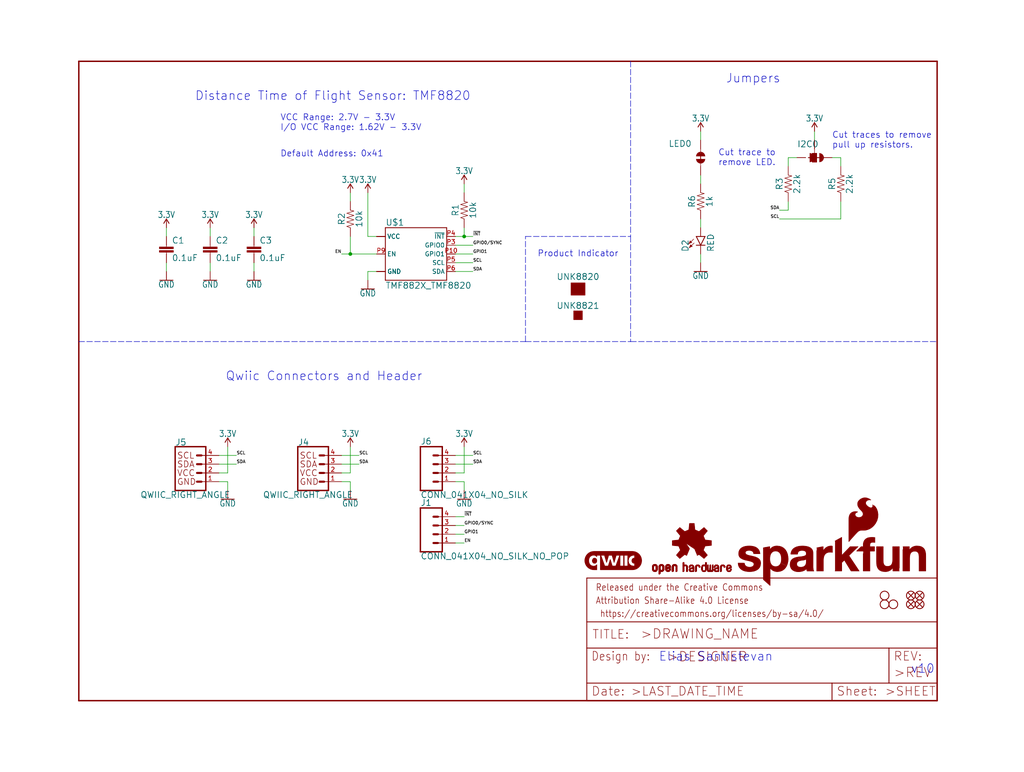
<source format=kicad_sch>
(kicad_sch (version 20211123) (generator eeschema)
  (paper "User" 297.002 223.926)
  (lib_symbols
    (symbol "eagleSchem-eagle-import:0.1UF-0402T-6.3V-10%-X7R"
      (property "Reference" "C" (at 1.524 2.921 0))
      (property "Value" "0.1UF-0402T-6.3V-10%-X7R" (at 1.524 -2.159 0))
      (symbol "0.1UF-0402T-6.3V-10%-X7R_1_0"
        (pin passive line (at 0 5.08 270) (length 2.54) (name "1") (number "1"))
        (pin passive line (at 0 -2.54 90) (length 2.54) (name "2") (number "2"))
      )
    )
    (symbol "eagleSchem-eagle-import:10KOHM-0603-1{slash}10W-1%"
      (property "Reference" "R" (at 0 1.524 0))
      (property "Value" "10KOHM-0603-1{slash}10W-1%" (at 0 -1.524 0))
      (symbol "10KOHM-0603-1{slash}10W-1%_1_0"
        (pin passive line (at -5.08 0 0) (length 2.54) (name "1") (number "1"))
        (pin passive line (at 5.08 0 180) (length 2.54) (name "2") (number "2"))
      )
    )
    (symbol "eagleSchem-eagle-import:1KOHM-0603-1{slash}10W-1%"
      (property "Reference" "R" (at 0 1.524 0))
      (property "Value" "1KOHM-0603-1{slash}10W-1%" (at 0 -1.524 0))
      (symbol "1KOHM-0603-1{slash}10W-1%_1_0"
        (pin passive line (at -5.08 0 0) (length 2.54) (name "1") (number "1"))
        (pin passive line (at 5.08 0 180) (length 2.54) (name "2") (number "2"))
      )
    )
    (symbol "eagleSchem-eagle-import:2.2KOHM-0603-1{slash}10W-1%"
      (property "Reference" "R" (at 0 1.524 0))
      (property "Value" "2.2KOHM-0603-1{slash}10W-1%" (at 0 -1.524 0))
      (symbol "2.2KOHM-0603-1{slash}10W-1%_1_0"
        (pin passive line (at -5.08 0 0) (length 2.54) (name "1") (number "1"))
        (pin passive line (at 5.08 0 180) (length 2.54) (name "2") (number "2"))
      )
    )
    (symbol "eagleSchem-eagle-import:3.3V" (power)
      (property "Value" "3.3V" (at 0 2.794 0))
      (symbol "3.3V_1_0"
        (pin power_in line (at 0 0 90) (length 2.54) (name "3.3V") (number "1"))
      )
    )
    (symbol "eagleSchem-eagle-import:CONN_041X04_NO_SILK"
      (property "Reference" "J" (at -5.08 8.128 0))
      (property "Value" "CONN_041X04_NO_SILK" (at -5.08 -7.366 0))
      (symbol "CONN_041X04_NO_SILK_1_0"
        (pin passive line (at 5.08 -2.54 180) (length 5.08) (name "1") (number "1"))
        (pin passive line (at 5.08 0 180) (length 5.08) (name "2") (number "2"))
        (pin passive line (at 5.08 2.54 180) (length 5.08) (name "3") (number "3"))
        (pin passive line (at 5.08 5.08 180) (length 5.08) (name "4") (number "4"))
      )
    )
    (symbol "eagleSchem-eagle-import:CONN_041X04_NO_SILK_NO_POP"
      (property "Reference" "J" (at -5.08 8.128 0))
      (property "Value" "CONN_041X04_NO_SILK_NO_POP" (at -5.08 -7.366 0))
      (symbol "CONN_041X04_NO_SILK_NO_POP_1_0"
        (pin passive line (at 5.08 -2.54 180) (length 5.08) (name "1") (number "1"))
        (pin passive line (at 5.08 0 180) (length 5.08) (name "2") (number "2"))
        (pin passive line (at 5.08 2.54 180) (length 5.08) (name "3") (number "3"))
        (pin passive line (at 5.08 5.08 180) (length 5.08) (name "4") (number "4"))
      )
    )
    (symbol "eagleSchem-eagle-import:FIDUCIALUFIDUCIAL")
    (symbol "eagleSchem-eagle-import:FRAME-LETTER"
      (symbol "FRAME-LETTER_2_0"
        (text " https://creativecommons.org/licenses/by-sa/4.0/" (at 2.54 24.13 0) (effects (font (size 1.9304 1.6408)) (justify left bottom)))
        (text ">DESIGNER" (at 23.114 11.176 0) (effects (font (size 2.7432 2.7432)) (justify left bottom)))
        (text ">DRAWING_NAME" (at 15.494 17.78 0) (effects (font (size 2.7432 2.7432)) (justify left bottom)))
        (text ">LAST_DATE_TIME" (at 12.7 1.27 0) (effects (font (size 2.54 2.54)) (justify left bottom)))
        (text ">REV" (at 88.9 6.604 0) (effects (font (size 2.7432 2.7432)) (justify left bottom)))
        (text ">SHEET" (at 86.36 1.27 0) (effects (font (size 2.54 2.54)) (justify left bottom)))
        (text "Attribution Share-Alike 4.0 License" (at 2.54 27.94 0) (effects (font (size 1.9304 1.6408)) (justify left bottom)))
        (text "Date:" (at 1.27 1.27 0) (effects (font (size 2.54 2.54)) (justify left bottom)))
        (text "Design by:" (at 1.27 11.43 0) (effects (font (size 2.54 2.159)) (justify left bottom)))
        (text "Released under the Creative Commons" (at 2.54 31.75 0) (effects (font (size 1.9304 1.6408)) (justify left bottom)))
        (text "REV:" (at 88.9 11.43 0) (effects (font (size 2.54 2.54)) (justify left bottom)))
        (text "Sheet:" (at 72.39 1.27 0) (effects (font (size 2.54 2.54)) (justify left bottom)))
        (text "TITLE:" (at 1.524 17.78 0) (effects (font (size 2.54 2.54)) (justify left bottom)))
      )
    )
    (symbol "eagleSchem-eagle-import:GND" (power)
      (property "Value" "GND" (at 0 -0.254 0))
      (symbol "GND_1_0"
        (pin power_in line (at 0 2.54 270) (length 2.54) (name "GND") (number "1"))
      )
    )
    (symbol "eagleSchem-eagle-import:JUMPER-SMT_2_NC_TRACE_SILK"
      (property "Reference" "JP" (at 0 3.048 0))
      (property "Value" "JUMPER-SMT_2_NC_TRACE_SILK" (at 0 -3.048 0))
      (symbol "JUMPER-SMT_2_NC_TRACE_SILK_1_0"
        (pin passive line (at -5.08 0 0) (length 2.54) (name "1") (number "1"))
        (pin passive line (at 5.08 0 180) (length 2.54) (name "2") (number "2"))
      )
    )
    (symbol "eagleSchem-eagle-import:JUMPER-SMT_3_2-NC_TRACE_SILK"
      (property "Reference" "JP" (at 6.096 1.524 0))
      (property "Value" "JUMPER-SMT_3_2-NC_TRACE_SILK" (at 6.858 -1.524 0))
      (symbol "JUMPER-SMT_3_2-NC_TRACE_SILK_1_0"
        (pin passive line (at 0 5.08 270) (length 2.54) (name "1") (number "1"))
        (pin passive line (at -5.08 0 0) (length 2.54) (name "2") (number "2"))
        (pin passive line (at 0 -5.08 90) (length 2.54) (name "3") (number "3"))
      )
    )
    (symbol "eagleSchem-eagle-import:LED-RED0603"
      (property "Reference" "D" (at -3.429 -4.572 90))
      (property "Value" "LED-RED0603" (at 1.905 -4.572 90))
      (symbol "LED-RED0603_1_0"
        (pin passive line (at 0 2.54 270) (length 2.54) (name "A") (number "A"))
        (pin passive line (at 0 -5.08 90) (length 2.54) (name "C") (number "C"))
      )
    )
    (symbol "eagleSchem-eagle-import:OSHW-LOGOS")
    (symbol "eagleSchem-eagle-import:PROD_ID_NO-PASTE_SILK"
      (property "Value" "PROD_ID_NO-PASTE_SILK" (at 0 -2.794 0))
    )
    (symbol "eagleSchem-eagle-import:PROD_ID_PASTE_SILK"
      (property "Value" "PROD_ID_PASTE_SILK" (at 0 -2.794 0))
    )
    (symbol "eagleSchem-eagle-import:QWIIC_CONNECTORJS-1MM"
      (property "Reference" "J" (at -5.08 7.874 0))
      (property "Value" "QWIIC_CONNECTORJS-1MM" (at -5.08 -5.334 0))
      (symbol "QWIIC_CONNECTORJS-1MM_1_0"
        (text "GND" (at -4.572 -2.54 0) (effects (font (size 1.778 1.778)) (justify left)))
        (text "SCL" (at -4.572 5.08 0) (effects (font (size 1.778 1.778)) (justify left)))
        (text "SDA" (at -4.572 2.54 0) (effects (font (size 1.778 1.778)) (justify left)))
        (text "VCC" (at -4.572 0 0) (effects (font (size 1.778 1.778)) (justify left)))
        (pin power_in line (at 7.62 -2.54 180) (length 5.08) (name "1") (number "1"))
        (pin power_in line (at 7.62 0 180) (length 5.08) (name "2") (number "2"))
        (pin passive line (at 7.62 2.54 180) (length 5.08) (name "3") (number "3"))
        (pin passive line (at 7.62 5.08 180) (length 5.08) (name "4") (number "4"))
      )
    )
    (symbol "eagleSchem-eagle-import:QWIIC_LOGO_5MM")
    (symbol "eagleSchem-eagle-import:SFE_LOGO_NAME_FLAME.1_INCH")
    (symbol "eagleSchem-eagle-import:STAND-OFFTIGHT")
    (symbol "eagleSchem-eagle-import:TMF882X_TMF8820"
      (property "Reference" "U" (at -10.16 8.128 0))
      (property "Value" "TMF882X_TMF8820" (at -10.16 -10.16 0))
      (symbol "TMF882X_TMF8820_1_0"
        (pin power_in line (at -12.7 5.08 0) (length 2.54) (name "VCC") (number "P1"))
        (pin bidirectional line (at 10.16 0 180) (length 2.54) (name "GPIO1") (number "P10"))
        (pin power_in line (at -12.7 -5.08 0) (length 2.54) (name "GND") (number "P11"))
        (pin power_in line (at -12.7 5.08 0) (length 2.54) (name "VCC") (number "P12"))
        (pin power_in line (at -12.7 -5.08 0) (length 2.54) (name "GND") (number "P2"))
        (pin bidirectional line (at 10.16 2.54 180) (length 2.54) (name "GPIO0") (number "P3"))
        (pin bidirectional line (at 10.16 5.08 180) (length 2.54) (name "~{INT}") (number "P4"))
        (pin bidirectional line (at 10.16 -2.54 180) (length 2.54) (name "SCL") (number "P5"))
        (pin bidirectional line (at 10.16 -5.08 180) (length 2.54) (name "SDA") (number "P6"))
        (pin power_in line (at -12.7 5.08 0) (length 2.54) (name "VCC") (number "P7"))
        (pin power_in line (at -12.7 -5.08 0) (length 2.54) (name "GND") (number "P8"))
        (pin input line (at -12.7 0 0) (length 2.54) (name "EN") (number "P9"))
      )
    )
  )
  (junction (at 134.62 68.58))
  (junction (at 101.6 73.66))
  (wire (pts (xy 228.6 60.96) (xy 226.06 60.96)))
  (polyline (pts (xy 22.86 99.06) (xy 152.4 99.06)))
  (polyline (pts (xy 182.88 99.06) (xy 271.78 99.06)))
  (wire (pts (xy 106.68 78.74) (xy 106.68 81.28)))
  (wire (pts (xy 203.2 66.04) (xy 203.2 63.5)))
  (wire (pts (xy 134.62 139.7) (xy 134.62 142.24)))
  (wire (pts (xy 134.62 157.48) (xy 132.08 157.48)))
  (polyline (pts (xy 152.4 99.06) (xy 152.4 68.58)))
  (wire (pts (xy 99.06 132.08) (xy 104.14 132.08)))
  (wire (pts (xy 99.06 139.7) (xy 101.6 139.7)))
  (wire (pts (xy 63.5 137.16) (xy 66.04 137.16)))
  (wire (pts (xy 137.16 68.58) (xy 134.62 68.58)))
  (polyline (pts (xy 152.4 99.06) (xy 182.88 99.06)))
  (wire (pts (xy 106.68 68.58) (xy 106.68 55.88)))
  (wire (pts (xy 134.62 149.86) (xy 132.08 149.86)))
  (wire (pts (xy 134.62 68.58) (xy 132.08 68.58)))
  (wire (pts (xy 101.6 73.66) (xy 101.6 68.58)))
  (wire (pts (xy 203.2 53.34) (xy 203.2 50.8)))
  (wire (pts (xy 66.04 139.7) (xy 66.04 142.24)))
  (wire (pts (xy 99.06 134.62) (xy 104.14 134.62)))
  (wire (pts (xy 60.96 68.58) (xy 60.96 66.04)))
  (wire (pts (xy 243.84 45.72) (xy 243.84 48.26)))
  (wire (pts (xy 134.62 137.16) (xy 134.62 129.54)))
  (wire (pts (xy 137.16 73.66) (xy 132.08 73.66)))
  (polyline (pts (xy 182.88 17.78) (xy 182.88 68.58)))
  (wire (pts (xy 134.62 152.4) (xy 132.08 152.4)))
  (wire (pts (xy 132.08 134.62) (xy 137.16 134.62)))
  (wire (pts (xy 73.66 66.04) (xy 73.66 68.58)))
  (wire (pts (xy 101.6 73.66) (xy 109.22 73.66)))
  (wire (pts (xy 228.6 58.42) (xy 228.6 60.96)))
  (wire (pts (xy 101.6 58.42) (xy 101.6 55.88)))
  (wire (pts (xy 137.16 76.2) (xy 132.08 76.2)))
  (wire (pts (xy 132.08 132.08) (xy 137.16 132.08)))
  (wire (pts (xy 73.66 78.74) (xy 73.66 76.2)))
  (wire (pts (xy 48.26 76.2) (xy 48.26 78.74)))
  (wire (pts (xy 99.06 137.16) (xy 101.6 137.16)))
  (wire (pts (xy 203.2 73.66) (xy 203.2 76.2)))
  (wire (pts (xy 228.6 45.72) (xy 231.14 45.72)))
  (wire (pts (xy 134.62 66.04) (xy 134.62 68.58)))
  (wire (pts (xy 66.04 137.16) (xy 66.04 129.54)))
  (wire (pts (xy 243.84 63.5) (xy 226.06 63.5)))
  (wire (pts (xy 228.6 48.26) (xy 228.6 45.72)))
  (wire (pts (xy 236.22 38.1) (xy 236.22 40.64)))
  (wire (pts (xy 99.06 73.66) (xy 101.6 73.66)))
  (wire (pts (xy 137.16 71.12) (xy 132.08 71.12)))
  (wire (pts (xy 106.68 68.58) (xy 109.22 68.58)))
  (wire (pts (xy 241.3 45.72) (xy 243.84 45.72)))
  (wire (pts (xy 243.84 58.42) (xy 243.84 63.5)))
  (wire (pts (xy 132.08 137.16) (xy 134.62 137.16)))
  (wire (pts (xy 106.68 78.74) (xy 109.22 78.74)))
  (wire (pts (xy 63.5 132.08) (xy 68.58 132.08)))
  (wire (pts (xy 137.16 78.74) (xy 132.08 78.74)))
  (wire (pts (xy 134.62 154.94) (xy 132.08 154.94)))
  (wire (pts (xy 63.5 134.62) (xy 68.58 134.62)))
  (wire (pts (xy 203.2 40.64) (xy 203.2 38.1)))
  (wire (pts (xy 101.6 139.7) (xy 101.6 142.24)))
  (wire (pts (xy 134.62 55.88) (xy 134.62 53.34)))
  (wire (pts (xy 132.08 139.7) (xy 134.62 139.7)))
  (wire (pts (xy 48.26 68.58) (xy 48.26 66.04)))
  (wire (pts (xy 63.5 139.7) (xy 66.04 139.7)))
  (wire (pts (xy 101.6 137.16) (xy 101.6 129.54)))
  (polyline (pts (xy 152.4 68.58) (xy 182.88 68.58)))
  (wire (pts (xy 60.96 76.2) (xy 60.96 78.74)))
  (polyline (pts (xy 182.88 68.58) (xy 182.88 99.06)))
  (text "Distance Time of Flight Sensor: TMF8820" (at 96.52 27.94 180) (effects (font (size 2.54 2.54))))
  (text "Qwiic Connectors and Header" (at 93.98 109.22 180) (effects (font (size 2.54 2.54))))
  (text "Elias Santistevan" (at 191.008 192.024 180) (effects (font (size 2.54 2.54)) (justify left bottom)))
  (text "v10" (at 264.16 195.58 180) (effects (font (size 2.54 2.54)) (justify left bottom)))
  (text "Product Indicator" (at 167.64 73.66 180) (effects (font (size 1.778 1.778))))
  (text "Default Address: 0x41" (at 81.28 45.72 180) (effects (font (size 1.778 1.778)) (justify left bottom)))
  (text "Cut trace to\nremove LED." (at 208.28 48.26 180) (effects (font (size 1.778 1.778)) (justify left bottom)))
  (text "Jumpers" (at 218.44 22.86 180) (effects (font (size 2.54 2.54))))
  (text "Cut traces to remove\npull up resistors." (at 241.3 43.18 180) (effects (font (size 1.778 1.778)) (justify left bottom)))
  (text "VCC Range: 2.7V - 3.3V\nI/O VCC Range: 1.62V - 3.3V" (at 81.28 38.1 0) (effects (font (size 1.778 1.778)) (justify left bottom)))
  (label "SDA" (at 104.14 134.62 0) (effects (font (size 0.889 0.889))))
  (label "EN" (at 134.62 157.48 0) (effects (font (size 0.889 0.889))))
  (label "SCL" (at 226.06 63.5 180) (effects (font (size 0.889 0.889))))
  (label "~{INT}" (at 134.62 149.86 0) (effects (font (size 0.889 0.889))))
  (label "GPIO1" (at 134.62 154.94 0) (effects (font (size 0.889 0.889))))
  (label "SCL" (at 104.14 132.08 0) (effects (font (size 0.889 0.889))))
  (label "SCL" (at 137.16 76.2 0) (effects (font (size 0.889 0.889))))
  (label "GPIO0/SYNC" (at 137.16 71.12 0) (effects (font (size 0.889 0.889))))
  (label "GPIO0/SYNC" (at 134.62 152.4 0) (effects (font (size 0.889 0.889))))
  (label "SDA" (at 137.16 134.62 0) (effects (font (size 0.889 0.889))))
  (label "SDA" (at 68.58 134.62 0) (effects (font (size 0.889 0.889))))
  (label "SDA" (at 226.06 60.96 180) (effects (font (size 0.889 0.889))))
  (label "EN" (at 99.06 73.66 180) (effects (font (size 0.889 0.889))))
  (label "GPIO1" (at 137.16 73.66 0) (effects (font (size 0.889 0.889))))
  (label "SCL" (at 68.58 132.08 0) (effects (font (size 0.889 0.889))))
  (label "SCL" (at 137.16 132.08 0) (effects (font (size 0.889 0.889))))
  (label "SDA" (at 137.16 78.74 0) (effects (font (size 0.889 0.889))))
  (label "~{INT}" (at 137.16 68.58 0) (effects (font (size 0.889 0.889))))
  (symbol (lib_id "eagleSchem-eagle-import:1KOHM-0603-1{slash}10W-1%") (at 203.2 58.42 90) (unit 1)
    (property "Reference" "R6" (at 201.676 58.42 0) (effects (font (size 1.778 1.778)) (justify bottom)))
    (property "Value" "1k" (at 204.724 58.42 0) (effects (font (size 1.778 1.778)) (justify top)))
    (property "Footprint" "eagleSchem:0603" (effects hide))
  )
  (symbol (lib_id "eagleSchem-eagle-import:3.3V") (at 48.26 66.04 0) (unit 1)
    (property "Reference" "#SUPPLY3" (effects hide))
    (property "Value" "3.3V" (at 48.26 63.246 0) (effects (font (size 1.778 1.5113)) (justify bottom)))
    (property "Footprint" "eagleSchem:" (effects hide))
  )
  (symbol (lib_id "eagleSchem-eagle-import:3.3V") (at 73.66 66.04 0) (unit 1)
    (property "Reference" "#SUPPLY5" (effects hide))
    (property "Value" "3.3V" (at 73.66 63.246 0) (effects (font (size 1.778 1.5113)) (justify bottom)))
    (property "Footprint" "eagleSchem:" (effects hide))
  )
  (symbol (lib_id "eagleSchem-eagle-import:3.3V") (at 106.68 55.88 0) (unit 1)
    (property "Reference" "#SUPPLY2" (effects hide))
    (property "Value" "3.3V" (at 106.68 53.086 0) (effects (font (size 1.778 1.5113)) (justify bottom)))
    (property "Footprint" "eagleSchem:" (effects hide))
  )
  (symbol (lib_id "eagleSchem-eagle-import:FIDUCIALUFIDUCIAL") (at 266.7 175.26 0) (unit 1)
    (property "Reference" "FD8" (effects hide))
    (property "Value" "FIDUCIALUFIDUCIAL" (effects hide))
    (property "Footprint" "eagleSchem:FIDUCIAL-MICRO" (effects hide))
  )
  (symbol (lib_id "eagleSchem-eagle-import:0.1UF-0402T-6.3V-10%-X7R") (at 73.66 73.66 0) (unit 1)
    (property "Reference" "C3" (at 75.184 70.739 0) (effects (font (size 1.778 1.778)) (justify left bottom)))
    (property "Value" "0.1uF" (at 75.184 75.819 0) (effects (font (size 1.778 1.778)) (justify left bottom)))
    (property "Footprint" "eagleSchem:0402-TIGHT" (effects hide))
  )
  (symbol (lib_id "eagleSchem-eagle-import:GND") (at 134.62 144.78 0) (unit 1)
    (property "Reference" "#GND7" (effects hide))
    (property "Value" "GND" (at 134.62 145.034 0) (effects (font (size 1.778 1.5113)) (justify top)))
    (property "Footprint" "eagleSchem:" (effects hide))
  )
  (symbol (lib_id "eagleSchem-eagle-import:2.2KOHM-0603-1{slash}10W-1%") (at 243.84 53.34 90) (unit 1)
    (property "Reference" "R5" (at 242.316 53.34 0) (effects (font (size 1.778 1.778)) (justify bottom)))
    (property "Value" "2.2k" (at 245.364 53.34 0) (effects (font (size 1.778 1.778)) (justify top)))
    (property "Footprint" "eagleSchem:0603" (effects hide))
  )
  (symbol (lib_id "eagleSchem-eagle-import:PROD_ID_NO-PASTE_SILK") (at 167.64 91.44 0) (unit 1)
    (property "Reference" "UNK8821" (at 167.64 88.646 0) (effects (font (size 1.778 1.778))))
    (property "Value" "PROD_ID_NO-PASTE_SILK" (effects hide))
    (property "Footprint" "eagleSchem:PRODUCT_IDENT_NO_SILK" (effects hide))
  )
  (symbol (lib_id "eagleSchem-eagle-import:10KOHM-0603-1{slash}10W-1%") (at 101.6 63.5 90) (unit 1)
    (property "Reference" "R2" (at 100.076 63.5 0) (effects (font (size 1.778 1.778)) (justify bottom)))
    (property "Value" "10k" (at 103.124 63.5 0) (effects (font (size 1.778 1.778)) (justify top)))
    (property "Footprint" "eagleSchem:0603" (effects hide))
  )
  (symbol (lib_id "eagleSchem-eagle-import:3.3V") (at 134.62 53.34 0) (unit 1)
    (property "Reference" "#SUPPLY7" (effects hide))
    (property "Value" "3.3V" (at 134.62 50.546 0) (effects (font (size 1.778 1.5113)) (justify bottom)))
    (property "Footprint" "eagleSchem:" (effects hide))
  )
  (symbol (lib_id "eagleSchem-eagle-import:STAND-OFFTIGHT") (at 256.54 175.26 0) (unit 1)
    (property "Reference" "H5" (effects hide))
    (property "Value" "STAND-OFFTIGHT" (effects hide))
    (property "Footprint" "eagleSchem:STAND-OFF-TIGHT" (effects hide))
  )
  (symbol (lib_id "eagleSchem-eagle-import:GND") (at 48.26 81.28 0) (unit 1)
    (property "Reference" "#GND3" (effects hide))
    (property "Value" "GND" (at 48.26 81.534 0) (effects (font (size 1.778 1.5113)) (justify top)))
    (property "Footprint" "eagleSchem:" (effects hide))
  )
  (symbol (lib_id "eagleSchem-eagle-import:STAND-OFFTIGHT") (at 256.54 172.72 0) (unit 1)
    (property "Reference" "H6" (effects hide))
    (property "Value" "STAND-OFFTIGHT" (effects hide))
    (property "Footprint" "eagleSchem:STAND-OFF-TIGHT" (effects hide))
  )
  (symbol (lib_id "eagleSchem-eagle-import:3.3V") (at 66.04 129.54 0) (unit 1)
    (property "Reference" "#SUPPLY6" (effects hide))
    (property "Value" "3.3V" (at 66.04 126.746 0) (effects (font (size 1.778 1.5113)) (justify bottom)))
    (property "Footprint" "eagleSchem:" (effects hide))
  )
  (symbol (lib_id "eagleSchem-eagle-import:3.3V") (at 101.6 55.88 0) (unit 1)
    (property "Reference" "#SUPPLY11" (effects hide))
    (property "Value" "3.3V" (at 101.6 53.086 0) (effects (font (size 1.778 1.5113)) (justify bottom)))
    (property "Footprint" "eagleSchem:" (effects hide))
  )
  (symbol (lib_id "eagleSchem-eagle-import:CONN_041X04_NO_SILK") (at 127 137.16 0) (unit 1)
    (property "Reference" "J6" (at 121.92 129.032 0) (effects (font (size 1.778 1.778)) (justify left bottom)))
    (property "Value" "CONN_041X04_NO_SILK" (at 121.92 144.526 0) (effects (font (size 1.778 1.778)) (justify left bottom)))
    (property "Footprint" "eagleSchem:1X04_NO_SILK" (effects hide))
  )
  (symbol (lib_id "eagleSchem-eagle-import:QWIIC_CONNECTORJS-1MM") (at 91.44 137.16 0) (unit 1)
    (property "Reference" "J4" (at 86.36 129.286 0) (effects (font (size 1.778 1.778)) (justify left bottom)))
    (property "Value" "QWIIC_RIGHT_ANGLE" (at 76.2 142.494 0) (effects (font (size 1.778 1.778)) (justify left top)))
    (property "Footprint" "eagleSchem:JST04_1MM_RA" (effects hide))
  )
  (symbol (lib_id "eagleSchem-eagle-import:OSHW-LOGOS") (at 200.66 157.48 0) (unit 1)
    (property "Reference" "LOGO4" (effects hide))
    (property "Value" "OSHW-LOGOS" (effects hide))
    (property "Footprint" "eagleSchem:OSHW-LOGO-S" (effects hide))
  )
  (symbol (lib_id "eagleSchem-eagle-import:0.1UF-0402T-6.3V-10%-X7R") (at 60.96 73.66 0) (unit 1)
    (property "Reference" "C2" (at 62.484 70.739 0) (effects (font (size 1.778 1.778)) (justify left bottom)))
    (property "Value" "0.1uF" (at 62.484 75.819 0) (effects (font (size 1.778 1.778)) (justify left bottom)))
    (property "Footprint" "eagleSchem:0402-TIGHT" (effects hide))
  )
  (symbol (lib_id "eagleSchem-eagle-import:10KOHM-0603-1{slash}10W-1%") (at 134.62 60.96 90) (unit 1)
    (property "Reference" "R1" (at 133.096 60.96 0) (effects (font (size 1.778 1.778)) (justify bottom)))
    (property "Value" "10k" (at 136.144 60.96 0) (effects (font (size 1.778 1.778)) (justify top)))
    (property "Footprint" "eagleSchem:0603" (effects hide))
  )
  (symbol (lib_id "eagleSchem-eagle-import:3.3V") (at 101.6 129.54 0) (unit 1)
    (property "Reference" "#SUPPLY1" (effects hide))
    (property "Value" "3.3V" (at 101.6 126.746 0) (effects (font (size 1.778 1.5113)) (justify bottom)))
    (property "Footprint" "eagleSchem:" (effects hide))
  )
  (symbol (lib_id "eagleSchem-eagle-import:STAND-OFFTIGHT") (at 259.08 175.26 0) (unit 1)
    (property "Reference" "H8" (effects hide))
    (property "Value" "STAND-OFFTIGHT" (effects hide))
    (property "Footprint" "eagleSchem:STAND-OFF-TIGHT" (effects hide))
  )
  (symbol (lib_id "eagleSchem-eagle-import:GND") (at 101.6 144.78 0) (unit 1)
    (property "Reference" "#GND1" (effects hide))
    (property "Value" "GND" (at 101.6 145.034 0) (effects (font (size 1.778 1.5113)) (justify top)))
    (property "Footprint" "eagleSchem:" (effects hide))
  )
  (symbol (lib_id "eagleSchem-eagle-import:2.2KOHM-0603-1{slash}10W-1%") (at 228.6 53.34 90) (unit 1)
    (property "Reference" "R3" (at 227.076 53.34 0) (effects (font (size 1.778 1.778)) (justify bottom)))
    (property "Value" "2.2k" (at 230.124 53.34 0) (effects (font (size 1.778 1.778)) (justify top)))
    (property "Footprint" "eagleSchem:0603" (effects hide))
  )
  (symbol (lib_id "eagleSchem-eagle-import:LED-RED0603") (at 203.2 68.58 0) (unit 1)
    (property "Reference" "D2" (at 199.771 73.152 90) (effects (font (size 1.778 1.778)) (justify left bottom)))
    (property "Value" "RED" (at 205.105 73.152 90) (effects (font (size 1.778 1.778)) (justify left top)))
    (property "Footprint" "eagleSchem:LED-0603" (effects hide))
  )
  (symbol (lib_id "eagleSchem-eagle-import:FRAME-LETTER") (at 22.86 203.2 0) (unit 1)
    (property "Reference" "FRAME2" (effects hide))
    (property "Value" "FRAME-LETTER" (effects hide))
    (property "Footprint" "eagleSchem:CREATIVE_COMMONS" (effects hide))
  )
  (symbol (lib_id "eagleSchem-eagle-import:QWIIC_CONNECTORJS-1MM") (at 55.88 137.16 0) (unit 1)
    (property "Reference" "J5" (at 50.8 129.286 0) (effects (font (size 1.778 1.778)) (justify left bottom)))
    (property "Value" "QWIIC_RIGHT_ANGLE" (at 40.64 142.494 0) (effects (font (size 1.778 1.778)) (justify left top)))
    (property "Footprint" "eagleSchem:JST04_1MM_RA" (effects hide))
  )
  (symbol (lib_id "eagleSchem-eagle-import:GND") (at 66.04 144.78 0) (unit 1)
    (property "Reference" "#GND6" (effects hide))
    (property "Value" "GND" (at 66.04 145.034 0) (effects (font (size 1.778 1.5113)) (justify top)))
    (property "Footprint" "eagleSchem:" (effects hide))
  )
  (symbol (lib_id "eagleSchem-eagle-import:GND") (at 106.68 83.82 0) (unit 1)
    (property "Reference" "#GND2" (effects hide))
    (property "Value" "GND" (at 106.68 84.074 0) (effects (font (size 1.778 1.5113)) (justify top)))
    (property "Footprint" "eagleSchem:" (effects hide))
  )
  (symbol (lib_id "eagleSchem-eagle-import:GND") (at 203.2 78.74 0) (unit 1)
    (property "Reference" "#GND8" (effects hide))
    (property "Value" "GND" (at 203.2 78.994 0) (effects (font (size 1.778 1.5113)) (justify top)))
    (property "Footprint" "eagleSchem:" (effects hide))
  )
  (symbol (lib_id "eagleSchem-eagle-import:FIDUCIALUFIDUCIAL") (at 264.16 175.26 0) (unit 1)
    (property "Reference" "FD7" (effects hide))
    (property "Value" "FIDUCIALUFIDUCIAL" (effects hide))
    (property "Footprint" "eagleSchem:FIDUCIAL-MICRO" (effects hide))
  )
  (symbol (lib_id "eagleSchem-eagle-import:CONN_041X04_NO_SILK_NO_POP") (at 127 154.94 0) (unit 1)
    (property "Reference" "J1" (at 121.92 146.812 0) (effects (font (size 1.778 1.778)) (justify left bottom)))
    (property "Value" "CONN_041X04_NO_SILK_NO_POP" (at 121.92 162.306 0) (effects (font (size 1.778 1.778)) (justify left bottom)))
    (property "Footprint" "eagleSchem:1X04_NO_SILK" (effects hide))
  )
  (symbol (lib_id "eagleSchem-eagle-import:FIDUCIALUFIDUCIAL") (at 266.7 172.72 0) (unit 1)
    (property "Reference" "FD5" (effects hide))
    (property "Value" "FIDUCIALUFIDUCIAL" (effects hide))
    (property "Footprint" "eagleSchem:FIDUCIAL-MICRO" (effects hide))
  )
  (symbol (lib_id "eagleSchem-eagle-import:PROD_ID_PASTE_SILK") (at 167.64 83.82 0) (unit 1)
    (property "Reference" "UNK8820" (at 167.64 80.264 0) (effects (font (size 1.778 1.778))))
    (property "Value" "PROD_ID_PASTE_SILK" (effects hide))
    (property "Footprint" "eagleSchem:PRODUCT_IDENT_PASTE_SILK" (effects hide))
  )
  (symbol (lib_id "eagleSchem-eagle-import:3.3V") (at 134.62 129.54 0) (unit 1)
    (property "Reference" "#SUPPLY8" (effects hide))
    (property "Value" "3.3V" (at 134.62 126.746 0) (effects (font (size 1.778 1.5113)) (justify bottom)))
    (property "Footprint" "eagleSchem:" (effects hide))
  )
  (symbol (lib_id "eagleSchem-eagle-import:3.3V") (at 236.22 38.1 0) (unit 1)
    (property "Reference" "#SUPPLY10" (effects hide))
    (property "Value" "3.3V" (at 236.22 35.306 0) (effects (font (size 1.778 1.5113)) (justify bottom)))
    (property "Footprint" "eagleSchem:" (effects hide))
  )
  (symbol (lib_id "eagleSchem-eagle-import:3.3V") (at 203.2 38.1 0) (unit 1)
    (property "Reference" "#SUPPLY9" (effects hide))
    (property "Value" "3.3V" (at 203.2 35.306 0) (effects (font (size 1.778 1.5113)) (justify bottom)))
    (property "Footprint" "eagleSchem:" (effects hide))
  )
  (symbol (lib_id "eagleSchem-eagle-import:0.1UF-0402T-6.3V-10%-X7R") (at 48.26 73.66 0) (unit 1)
    (property "Reference" "C1" (at 49.784 70.739 0) (effects (font (size 1.778 1.778)) (justify left bottom)))
    (property "Value" "0.1uF" (at 49.784 75.819 0) (effects (font (size 1.778 1.778)) (justify left bottom)))
    (property "Footprint" "eagleSchem:0402-TIGHT" (effects hide))
  )
  (symbol (lib_id "eagleSchem-eagle-import:QWIIC_LOGO_5MM") (at 177.8 162.56 0) (unit 1)
    (property "Reference" "U$6" (effects hide))
    (property "Value" "QWIIC_LOGO_5MM" (effects hide))
    (property "Footprint" "eagleSchem:QWIIC_5MM" (effects hide))
  )
  (symbol (lib_id "eagleSchem-eagle-import:3.3V") (at 60.96 66.04 0) (unit 1)
    (property "Reference" "#SUPPLY4" (effects hide))
    (property "Value" "3.3V" (at 60.96 63.246 0) (effects (font (size 1.778 1.5113)) (justify bottom)))
    (property "Footprint" "eagleSchem:" (effects hide))
  )
  (symbol (lib_id "eagleSchem-eagle-import:TMF882X_TMF8820") (at 121.92 73.66 0) (unit 1)
    (property "Reference" "U$1" (at 111.76 65.532 0) (effects (font (size 1.778 1.778)) (justify left bottom)))
    (property "Value" "TMF882X_TMF8820" (at 111.76 83.82 0) (effects (font (size 1.778 1.778)) (justify left bottom)))
    (property "Footprint" "eagleSchem:TMF882X" (effects hide))
  )
  (symbol (lib_id "eagleSchem-eagle-import:GND") (at 73.66 81.28 0) (unit 1)
    (property "Reference" "#GND5" (effects hide))
    (property "Value" "GND" (at 73.66 81.534 0) (effects (font (size 1.778 1.5113)) (justify top)))
    (property "Footprint" "eagleSchem:" (effects hide))
  )
  (symbol (lib_id "eagleSchem-eagle-import:FIDUCIALUFIDUCIAL") (at 264.16 172.72 0) (unit 1)
    (property "Reference" "FD6" (effects hide))
    (property "Value" "FIDUCIALUFIDUCIAL" (effects hide))
    (property "Footprint" "eagleSchem:FIDUCIAL-MICRO" (effects hide))
  )
  (symbol (lib_id "eagleSchem-eagle-import:JUMPER-SMT_2_NC_TRACE_SILK") (at 203.2 45.72 90) (unit 1)
    (property "Reference" "LED0" (at 200.66 40.64 90) (effects (font (size 1.778 1.778)) (justify left bottom)))
    (property "Value" "LED" (effects hide))
    (property "Footprint" "eagleSchem:SMT-JUMPER_2_NC_TRACE_SILK" (effects hide))
  )
  (symbol (lib_id "eagleSchem-eagle-import:SFE_LOGO_NAME_FLAME.1_INCH") (at 213.36 170.18 0) (unit 1)
    (property "Reference" "LOGO3" (effects hide))
    (property "Value" "SFE_LOGO_NAME_FLAME.1_INCH" (effects hide))
    (property "Footprint" "eagleSchem:SFE_LOGO_NAME_FLAME_.1" (effects hide))
  )
  (symbol (lib_id "eagleSchem-eagle-import:GND") (at 60.96 81.28 0) (unit 1)
    (property "Reference" "#GND4" (effects hide))
    (property "Value" "GND" (at 60.96 81.534 0) (effects (font (size 1.778 1.5113)) (justify top)))
    (property "Footprint" "eagleSchem:" (effects hide))
  )
  (symbol (lib_id "eagleSchem-eagle-import:FRAME-LETTER") (at 170.18 203.2 0) (unit 2)
    (property "Reference" "FRAME2" (effects hide))
    (property "Value" "FRAME-LETTER" (effects hide))
    (property "Footprint" "eagleSchem:CREATIVE_COMMONS" (effects hide))
  )
  (symbol (lib_id "eagleSchem-eagle-import:JUMPER-SMT_3_2-NC_TRACE_SILK") (at 236.22 45.72 270) (unit 1)
    (property "Reference" "I2C0" (at 231.14 42.799 90) (effects (font (size 1.778 1.778)) (justify left bottom)))
    (property "Value" "I2C_PU" (effects hide))
    (property "Footprint" "eagleSchem:SMT-JUMPER_3_2-NC_TRACE_SILK" (effects hide))
  )
)
</source>
